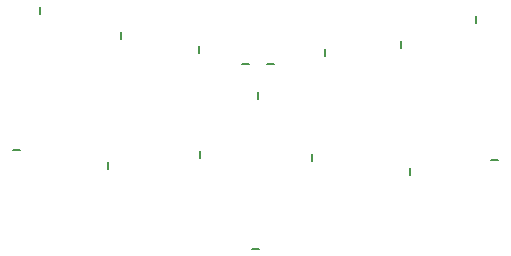
<source format=gbo>
G04 Layer_Color=32896*
%FSLAX25Y25*%
%MOIN*%
G70*
G01*
G75*
%ADD21C,0.00787*%
D21*
X492Y51968D02*
X2854D01*
X-2756Y113583D02*
X-394D01*
X5512Y113681D02*
X7874D01*
X24902Y116240D02*
Y118602D01*
X50394Y118799D02*
Y121161D01*
X75197Y127165D02*
Y129528D01*
X-17224Y117323D02*
Y119685D01*
X-42913Y121850D02*
Y124213D01*
X-70177Y130217D02*
Y132579D01*
X-16831Y82284D02*
Y84646D01*
X-47244Y78445D02*
Y80807D01*
X-78937Y84941D02*
X-76575D01*
X20472Y81102D02*
Y83465D01*
X53150Y76476D02*
Y78839D01*
X80315Y81398D02*
X82677D01*
X2559Y101772D02*
Y104134D01*
M02*

</source>
